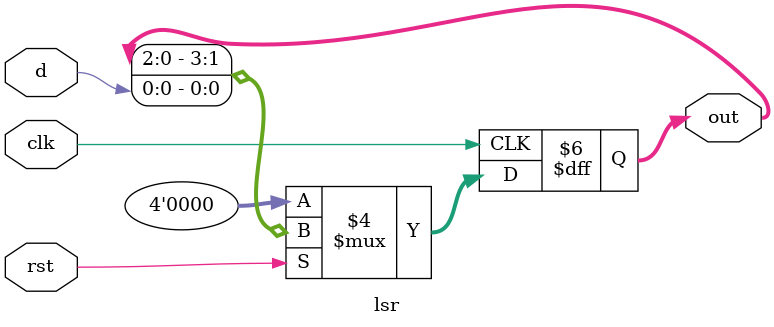
<source format=v>
module lsr(out, d, clk, rst);
	parameter N = 4;
	input d, clk, rst;
	output reg[N-1:0] out;
	
	always @ (posedge clk)
		begin
			if(~rst)
				out <= 0;
			else
				out <= {out[2:0], d};
		end

endmodule

</source>
